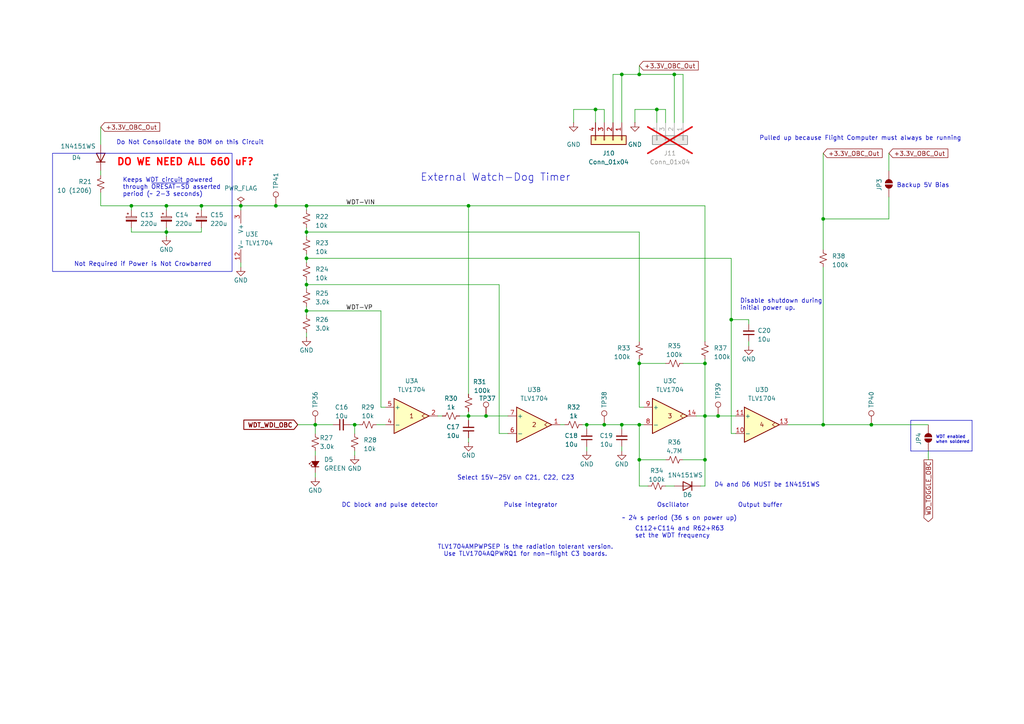
<source format=kicad_sch>
(kicad_sch (version 20250114) (generator "eeschema") (generator_version "9.0")
  (paper "A4")
  (lib_symbols
    (symbol "Connector:TestPoint" (pin_numbers (hide yes)) (pin_names (offset 0.762) (hide yes))
      (property "Reference" "TP" (at 0 6.858 0))
      (property "Value" "TestPoint" (at 0 5.08 0))
      (symbol "TestPoint_0_1"
        (circle (center 0 3.302) (radius 0.762))
      )
      (symbol "TestPoint_1_1"
        (pin passive line (at 0 0 90) (length 2.54) (name "1") (number "1"))
      )
    )
    (symbol "Connector_Generic:Conn_01x04" (pin_names (offset 1.016) (hide yes))
      (property "Reference" "J" (at 0 5.08 0))
      (property "Value" "Conn_01x04" (at 0 -7.62 0))
      (symbol "Conn_01x04_1_1"
        (rectangle (start -1.27 3.81) (end 1.27 -6.35) (stroke (width 0.254)) (fill (type background)))
        (rectangle (start -1.27 2.667) (end 0 2.413) (stroke (width 0.1524)))
        (rectangle (start -1.27 0.127) (end 0 -0.127) (stroke (width 0.1524)))
        (rectangle (start -1.27 -2.413) (end 0 -2.667) (stroke (width 0.1524)))
        (rectangle (start -1.27 -4.953) (end 0 -5.207) (stroke (width 0.1524)))
        (pin passive line (at -5.08 2.54 0) (length 3.81) (name "Pin_1") (number "1"))
        (pin passive line (at -5.08 0 0) (length 3.81) (name "Pin_2") (number "2"))
        (pin passive line (at -5.08 -2.54 0) (length 3.81) (name "Pin_3") (number "3"))
        (pin passive line (at -5.08 -5.08 0) (length 3.81) (name "Pin_4") (number "4"))
      )
    )
    (symbol "Device:C_Polarized_Small" (pin_numbers (hide yes)) (pin_names (offset 0.254) (hide yes))
      (property "Reference" "C" (at 0.254 1.778 0))
      (property "Value" "C_Polarized_Small" (at 0.254 -2.032 0))
      (symbol "C_Polarized_Small_0_1"
        (rectangle (start -1.524 0.6858) (end 1.524 0.3048))
        (rectangle (start -1.524 -0.3048) (end 1.524 -0.6858) (fill (type outline)))
        (polyline (pts (xy -1.27 1.524) (xy -0.762 1.524)))
        (polyline (pts (xy -1.016 1.27) (xy -1.016 1.778)))
      )
      (symbol "C_Polarized_Small_1_1"
        (pin passive line (at 0 2.54 270) (length 1.8542) (name "~") (number "1"))
        (pin passive line (at 0 -2.54 90) (length 1.8542) (name "~") (number "2"))
      )
    )
    (symbol "Device:C_Small" (pin_numbers (hide yes)) (pin_names (offset 0.254) (hide yes))
      (property "Reference" "C" (at 0.254 1.778 0))
      (property "Value" "C_Small" (at 0.254 -2.032 0))
      (symbol "C_Small_0_1"
        (polyline (pts (xy -1.524 0.508) (xy 1.524 0.508)) (stroke (width 0.3048)))
        (polyline (pts (xy -1.524 -0.508) (xy 1.524 -0.508)) (stroke (width 0.3302)))
      )
      (symbol "C_Small_1_1"
        (pin passive line (at 0 2.54 270) (length 2.032) (name "~") (number "1"))
        (pin passive line (at 0 -2.54 90) (length 2.032) (name "~") (number "2"))
      )
    )
    (symbol "Device:D" (pin_numbers (hide yes)) (pin_names (offset 1.016) (hide yes))
      (property "Reference" "D" (at 0 2.54 0))
      (property "Value" "D" (at 0 -2.54 0))
      (symbol "D_0_1"
        (polyline (pts (xy -1.27 1.27) (xy -1.27 -1.27)) (stroke (width 0.254)))
        (polyline (pts (xy 1.27 1.27) (xy 1.27 -1.27) (xy -1.27 0) (xy 1.27 1.27)) (stroke (width 0.254)))
        (polyline (pts (xy 1.27 0) (xy -1.27 0)))
      )
      (symbol "D_1_1"
        (pin passive line (at -3.81 0 0) (length 2.54) (name "K") (number "1"))
        (pin passive line (at 3.81 0 180) (length 2.54) (name "A") (number "2"))
      )
    )
    (symbol "Device:LED_Small_Filled" (pin_numbers (hide yes)) (pin_names (offset 0.254) (hide yes))
      (property "Reference" "D" (at -1.27 3.175 0))
      (property "Value" "LED_Small_Filled" (at -4.445 -2.54 0))
      (symbol "LED_Small_Filled_0_1"
        (polyline (pts (xy -0.762 -1.016) (xy -0.762 1.016)) (stroke (width 0.254)))
        (polyline (pts (xy 0 0.762) (xy -0.508 1.27) (xy -0.254 1.27) (xy -0.508 1.27) (xy -0.508 1.016)))
        (polyline (pts (xy 0.508 1.27) (xy 0 1.778) (xy 0.254 1.778) (xy 0 1.778) (xy 0 1.524)))
        (polyline (pts (xy 0.762 -1.016) (xy -0.762 0) (xy 0.762 1.016) (xy 0.762 -1.016)) (stroke (width 0.254)) (fill (type outline)))
        (polyline (pts (xy 1.016 0) (xy -0.762 0)))
      )
      (symbol "LED_Small_Filled_1_1"
        (pin passive line (at -2.54 0 0) (length 1.778) (name "K") (number "1"))
        (pin passive line (at 2.54 0 180) (length 1.778) (name "A") (number "2"))
      )
    )
    (symbol "Device:R_Small_US" (pin_numbers (hide yes)) (pin_names (offset 0.254) (hide yes))
      (property "Reference" "R" (at 0.762 0.508 0))
      (property "Value" "R_Small_US" (at 0.762 -1.016 0))
      (symbol "R_Small_US_1_1"
        (polyline (pts (xy 0 1.524) (xy 1.016 1.143) (xy 0 0.762) (xy -1.016 0.381) (xy 0 0)))
        (polyline (pts (xy 0 0) (xy 1.016 -0.381) (xy 0 -0.762) (xy -1.016 -1.143) (xy 0 -1.524)))
        (pin passive line (at 0 2.54 270) (length 1.016) (name "~") (number "1"))
        (pin passive line (at 0 -2.54 90) (length 1.016) (name "~") (number "2"))
      )
    )
    (symbol "Jumper:SolderJumper_2_Open" (pin_numbers (hide yes)) (pin_names (offset 0) (hide yes)) (exclude_from_sim yes) (in_bom no)
      (property "Reference" "JP" (at 0 2.032 0))
      (property "Value" "SolderJumper_2_Open" (at 0 -2.54 0))
      (symbol "SolderJumper_2_Open_0_1"
        (polyline (pts (xy -0.254 1.016) (xy -0.254 -1.016)))
        (arc (start -0.254 -1.016) (mid -1.2656 0) (end -0.254 1.016))
        (arc (start -0.254 -1.016) (mid -1.2656 0) (end -0.254 1.016) (fill (type outline)))
        (arc (start 0.254 1.016) (mid 1.2656 0) (end 0.254 -1.016))
        (arc (start 0.254 1.016) (mid 1.2656 0) (end 0.254 -1.016) (fill (type outline)))
        (polyline (pts (xy 0.254 1.016) (xy 0.254 -1.016)))
      )
      (symbol "SolderJumper_2_Open_1_1"
        (pin passive line (at -3.81 0 0) (length 2.54) (name "A") (number "1"))
        (pin passive line (at 3.81 0 180) (length 2.54) (name "B") (number "2"))
      )
    )
    (symbol "TLV1704:TLV1704AIPWR" (pin_names (offset 0.127))
      (property "Reference" "U4" (at 0 8.89 0))
      (property "Value" "TLV1704" (at 0 6.35 0))
      (symbol "TLV1704AIPWR_1_1"
        (polyline (pts (xy -5.08 5.08) (xy 5.08 0) (xy -5.08 -5.08) (xy -5.08 5.08)) (stroke (width 0.254)) (fill (type background)))
        (polyline (pts (xy 3.048 0) (xy 3.81 -0.635)))
        (polyline (pts (xy 3.81 0.635) (xy 3.048 0)))
        (text "1" (at 0 0 0) (effects (font (size 1.27 1.27))))
        (pin input line (at -7.62 2.54 0) (length 2.54) (name "+") (number "5"))
        (pin input line (at -7.62 -2.54 0) (length 2.54) (name "-") (number "4"))
        (pin open_collector line (at 7.62 0 180) (length 2.54) (name "~") (number "2"))
      )
      (symbol "TLV1704AIPWR_2_1"
        (polyline (pts (xy -5.08 5.08) (xy 5.08 0) (xy -5.08 -5.08) (xy -5.08 5.08)) (stroke (width 0.254)) (fill (type background)))
        (polyline (pts (xy 3.048 0) (xy 3.81 -0.635)))
        (polyline (pts (xy 3.81 0.635) (xy 3.048 0)))
        (text "2" (at 0 0 0) (effects (font (size 1.27 1.27))))
        (pin input line (at -7.62 2.54 0) (length 2.54) (name "+") (number "7"))
        (pin input line (at -7.62 -2.54 0) (length 2.54) (name "-") (number "6"))
        (pin open_collector line (at 7.62 0 180) (length 2.54) (name "~") (number "1"))
      )
      (symbol "TLV1704AIPWR_3_1"
        (polyline (pts (xy -5.08 5.08) (xy 5.08 0) (xy -5.08 -5.08) (xy -5.08 5.08)) (stroke (width 0.254)) (fill (type background)))
        (polyline (pts (xy 3.048 0) (xy 3.81 -0.635)))
        (polyline (pts (xy 3.81 0.635) (xy 3.048 0)))
        (text "3" (at 0 0 0) (effects (font (size 1.27 1.27))))
        (pin input line (at -7.62 2.54 0) (length 2.54) (name "+") (number "9"))
        (pin input line (at -7.62 -2.54 0) (length 2.54) (name "-") (number "8"))
        (pin open_collector line (at 7.62 0 180) (length 2.54) (name "~") (number "14"))
      )
      (symbol "TLV1704AIPWR_4_1"
        (polyline (pts (xy -5.08 5.08) (xy 5.08 0) (xy -5.08 -5.08) (xy -5.08 5.08)) (stroke (width 0.254)) (fill (type background)))
        (polyline (pts (xy 3.048 0) (xy 3.81 -0.635)))
        (polyline (pts (xy 3.81 0.635) (xy 3.048 0)))
        (text "4" (at 0 0 0) (effects (font (size 1.27 1.27))))
        (pin input line (at -7.62 2.54 0) (length 2.54) (name "+") (number "11"))
        (pin input line (at -7.62 -2.54 0) (length 2.54) (name "-") (number "10"))
        (pin open_collector line (at 7.62 0 180) (length 2.54) (name "~") (number "13"))
      )
      (symbol "TLV1704AIPWR_5_1"
        (pin power_in line (at -2.54 7.62 270) (length 3.81) (name "V+") (number "3"))
        (pin power_in line (at -2.54 -7.62 90) (length 3.81) (name "V-") (number "12"))
      )
    )
    (symbol "power:GND" (power) (pin_numbers (hide yes)) (pin_names (offset 0) (hide yes))
      (property "Value" "GND" (at 0 -3.81 0))
      (symbol "GND_0_1"
        (polyline (pts (xy 0 0) (xy 0 -1.27) (xy 1.27 -1.27) (xy 0 -2.54) (xy -1.27 -1.27) (xy 0 -1.27)))
      )
      (symbol "GND_1_1"
        (pin power_in line (at 0 0 270) (length 0) (name "~") (number "1"))
      )
    )
    (symbol "power:PWR_FLAG" (power) (pin_numbers (hide yes)) (pin_names (offset 0) (hide yes))
      (property "Value" "PWR_FLAG" (at 0 3.81 0))
      (symbol "PWR_FLAG_0_0"
        (pin power_out line (at 0 0 90) (length 0) (name "~") (number "1"))
      )
      (symbol "PWR_FLAG_0_1"
        (polyline (pts (xy 0 0) (xy 0 1.27) (xy -1.016 1.905) (xy 0 2.54) (xy 1.016 1.905) (xy 0 1.27)))
      )
    )
  )
  (rectangle (start 15.24 44.45) (end 67.31 78.74))
  (text "TLV1704AMPWPSEP is the radiation tolerant version.\nUse TLV1704AQPWRQ1 for non-flight C3 boards." (at 152.4 159.766 0) (effects (font (size 1.27 1.27))))
  (text "Keeps WDT circuit powered\nthrough ~{ORESAT-SD} asserted\nperiod (~ 2-3 seconds)" (at 35.56 57.15 0) (effects (font (size 1.27 1.27)) (justify left bottom)))
  (text "Backup 5V Bias" (at 267.716 53.848 0) (effects (font (size 1.27 1.27))))
  (text "Pulled up because Flight Computer must always be running" (at 220.218 40.894 0) (effects (font (size 1.27 1.27)) (justify left bottom)))
  (text "Oscillator" (at 190.5 147.32 0) (effects (font (size 1.27 1.27)) (justify left bottom)))
  (text "External Watch-Dog Timer" (at 121.92 52.832 0) (effects (font (size 2.159 2.159)) (justify left bottom)))
  (text "Disable shutdown during\ninitial power up." (at 214.63 90.17 0) (effects (font (size 1.27 1.27)) (justify left bottom)))
  (text "Not Required if Power is Not Crowbarred " (at 41.91 76.708 0) (effects (font (size 1.27 1.27))))
  (text "Pulse integrator" (at 146.05 147.32 0) (effects (font (size 1.27 1.27)) (justify left bottom)))
  (text "C112+C114 and R62+R63 \nset the WDT frequency" (at 184.15 156.21 0) (effects (font (size 1.27 1.27)) (justify left bottom)))
  (text "DO WE NEED ALL 660 uF?" (at 33.782 48.26 0) (effects (font (size 2 2) (thickness 0.4) (bold yes)) (justify left bottom)))
  (text "~ 24 s period (36 s on power up)" (at 180.34 151.13 0) (effects (font (size 1.27 1.27)) (justify left bottom)))
  (text "D4 and D6 MUST be 1N4151WS" (at 222.504 140.716 0) (effects (font (size 1.27 1.27))))
  (text "Do Not Consolidate the BOM on this Circuit" (at 55.118 41.402 0) (effects (font (size 1.27 1.27))))
  (text "Select 15V-25V on C21, C22, C23" (at 149.606 138.684 0) (effects (font (size 1.27 1.27))))
  (text "Output buffer" (at 213.995 147.32 0) (effects (font (size 1.27 1.27)) (justify left bottom)))
  (text "WDT enabled\nwhen soldered" (at 271.399 128.778 0) (effects (font (size 0.889 0.889)) (justify left bottom)))
  (text "DC block and pulse detector" (at 99.06 147.32 0) (effects (font (size 1.27 1.27)) (justify left bottom)))
  (junction (at 80.01 59.69))
  (junction (at 238.76 63.5))
  (junction (at 140.97 120.65))
  (junction (at 102.87 123.19))
  (junction (at 180.34 21.59))
  (junction (at 204.47 120.65))
  (junction (at 88.9 74.93))
  (junction (at 204.47 105.41))
  (junction (at 88.9 90.17))
  (junction (at 204.47 133.35))
  (junction (at 185.42 105.41))
  (junction (at 185.42 133.35))
  (junction (at 58.42 59.69))
  (junction (at 180.34 123.19))
  (junction (at 172.72 31.75))
  (junction (at 135.89 59.69))
  (junction (at 48.26 59.69))
  (junction (at 195.58 21.59))
  (junction (at 38.1 59.69))
  (junction (at 185.42 123.19))
  (junction (at 88.9 59.69))
  (junction (at 91.44 123.19))
  (junction (at 175.26 123.19))
  (junction (at 69.85 59.69))
  (junction (at 170.18 123.19))
  (junction (at 212.09 92.71))
  (junction (at 48.26 67.31))
  (junction (at 190.5 31.75))
  (junction (at 185.42 21.59))
  (junction (at 208.28 120.65))
  (junction (at 252.73 123.19))
  (junction (at 135.89 120.65))
  (junction (at 88.9 67.31))
  (junction (at 238.76 123.19))
  (junction (at 88.9 82.55))
  (wire (pts (xy 58.42 66.04) (xy 58.42 67.31)))
  (wire (pts (xy 88.9 82.55) (xy 88.9 83.82)))
  (wire (pts (xy 257.81 44.45) (xy 257.81 49.53)))
  (wire (pts (xy 58.42 59.69) (xy 69.85 59.69)))
  (wire (pts (xy 208.28 120.65) (xy 213.36 120.65)))
  (wire (pts (xy 88.9 90.17) (xy 88.9 91.44)))
  (wire (pts (xy 48.26 67.31) (xy 48.26 68.58)))
  (wire (pts (xy 217.17 100.33) (xy 217.17 99.06)))
  (wire (pts (xy 140.97 120.65) (xy 147.32 120.65)))
  (wire (pts (xy 172.72 31.75) (xy 166.37 31.75)))
  (wire (pts (xy 180.34 123.19) (xy 185.42 123.19)))
  (wire (pts (xy 69.85 77.47) (xy 69.85 76.2)))
  (wire (pts (xy 180.34 21.59) (xy 185.42 21.59)))
  (wire (pts (xy 29.21 49.53) (xy 29.21 50.8)))
  (wire (pts (xy 88.9 90.17) (xy 110.49 90.17)))
  (wire (pts (xy 135.89 120.65) (xy 140.97 120.65)))
  (wire (pts (xy 204.47 140.97) (xy 204.47 133.35)))
  (wire (pts (xy 88.9 82.55) (xy 144.78 82.55)))
  (wire (pts (xy 110.49 90.17) (xy 110.49 118.11)))
  (wire (pts (xy 162.56 123.19) (xy 163.83 123.19)))
  (wire (pts (xy 88.9 67.31) (xy 185.42 67.31)))
  (wire (pts (xy 184.15 31.75) (xy 184.15 35.56)))
  (wire (pts (xy 212.09 92.71) (xy 217.17 92.71)))
  (wire (pts (xy 48.26 67.31) (xy 58.42 67.31)))
  (wire (pts (xy 88.9 81.28) (xy 88.9 82.55)))
  (wire (pts (xy 177.8 21.59) (xy 180.34 21.59)))
  (wire (pts (xy 190.5 35.56) (xy 190.5 31.75)))
  (wire (pts (xy 212.09 92.71) (xy 212.09 125.73)))
  (wire (pts (xy 86.36 123.19) (xy 91.44 123.19)))
  (wire (pts (xy 204.47 104.14) (xy 204.47 105.41)))
  (wire (pts (xy 238.76 123.19) (xy 252.73 123.19)))
  (wire (pts (xy 217.17 93.98) (xy 217.17 92.71)))
  (wire (pts (xy 201.93 120.65) (xy 204.47 120.65)))
  (wire (pts (xy 38.1 59.69) (xy 48.26 59.69)))
  (wire (pts (xy 177.8 35.56) (xy 177.8 21.59)))
  (wire (pts (xy 102.87 130.81) (xy 102.87 132.08)))
  (wire (pts (xy 204.47 105.41) (xy 204.47 120.65)))
  (wire (pts (xy 133.35 120.65) (xy 135.89 120.65)))
  (wire (pts (xy 190.5 31.75) (xy 184.15 31.75)))
  (wire (pts (xy 175.26 31.75) (xy 175.26 35.56)))
  (wire (pts (xy 185.42 140.97) (xy 187.96 140.97)))
  (wire (pts (xy 198.12 35.56) (xy 198.12 21.59)))
  (wire (pts (xy 29.21 59.69) (xy 38.1 59.69)))
  (wire (pts (xy 269.24 130.81) (xy 269.24 133.35)))
  (wire (pts (xy 238.76 63.5) (xy 238.76 72.39)))
  (wire (pts (xy 88.9 88.9) (xy 88.9 90.17)))
  (wire (pts (xy 228.6 123.19) (xy 238.76 123.19)))
  (wire (pts (xy 185.42 104.14) (xy 185.42 105.41)))
  (wire (pts (xy 238.76 44.45) (xy 238.76 63.5)))
  (wire (pts (xy 172.72 35.56) (xy 172.72 31.75)))
  (wire (pts (xy 204.47 120.65) (xy 208.28 120.65)))
  (wire (pts (xy 185.42 140.97) (xy 185.42 133.35)))
  (wire (pts (xy 135.89 128.27) (xy 135.89 127)))
  (wire (pts (xy 88.9 73.66) (xy 88.9 74.93)))
  (wire (pts (xy 91.44 125.73) (xy 91.44 123.19)))
  (wire (pts (xy 257.81 63.5) (xy 238.76 63.5)))
  (wire (pts (xy 170.18 123.19) (xy 175.26 123.19)))
  (wire (pts (xy 185.42 99.06) (xy 185.42 67.31)))
  (wire (pts (xy 91.44 130.81) (xy 91.44 132.08)))
  (polyline (pts (xy 264.16 121.92) (xy 281.94 121.92)))
  (wire (pts (xy 29.21 36.83) (xy 29.21 41.91)))
  (polyline (pts (xy 264.16 130.81) (xy 264.16 121.92)))
  (wire (pts (xy 193.04 31.75) (xy 193.04 35.56)))
  (wire (pts (xy 185.42 118.11) (xy 185.42 105.41)))
  (wire (pts (xy 58.42 60.96) (xy 58.42 59.69)))
  (wire (pts (xy 193.04 133.35) (xy 185.42 133.35)))
  (wire (pts (xy 135.89 59.69) (xy 135.89 114.3)))
  (wire (pts (xy 135.89 120.65) (xy 135.89 121.92)))
  (wire (pts (xy 102.87 123.19) (xy 102.87 125.73)))
  (wire (pts (xy 80.01 59.69) (xy 88.9 59.69)))
  (wire (pts (xy 257.81 57.15) (xy 257.81 63.5)))
  (wire (pts (xy 135.89 120.65) (xy 135.89 119.38)))
  (wire (pts (xy 203.2 140.97) (xy 204.47 140.97)))
  (wire (pts (xy 212.09 74.93) (xy 212.09 92.71)))
  (wire (pts (xy 48.26 66.04) (xy 48.26 67.31)))
  (wire (pts (xy 198.12 133.35) (xy 204.47 133.35)))
  (wire (pts (xy 88.9 74.93) (xy 212.09 74.93)))
  (wire (pts (xy 69.85 60.96) (xy 69.85 59.69)))
  (wire (pts (xy 69.85 59.69) (xy 80.01 59.69)))
  (wire (pts (xy 88.9 67.31) (xy 88.9 68.58)))
  (wire (pts (xy 238.76 77.47) (xy 238.76 123.19)))
  (wire (pts (xy 88.9 96.52) (xy 88.9 97.79)))
  (wire (pts (xy 135.89 59.69) (xy 88.9 59.69)))
  (wire (pts (xy 170.18 123.19) (xy 170.18 124.46)))
  (wire (pts (xy 198.12 105.41) (xy 204.47 105.41)))
  (wire (pts (xy 180.34 124.46) (xy 180.34 123.19)))
  (wire (pts (xy 135.89 59.69) (xy 204.47 59.69)))
  (polyline (pts (xy 281.94 121.92) (xy 281.94 130.81)))
  (wire (pts (xy 88.9 60.96) (xy 88.9 59.69)))
  (wire (pts (xy 48.26 67.31) (xy 38.1 67.31)))
  (wire (pts (xy 91.44 138.43) (xy 91.44 137.16)))
  (wire (pts (xy 185.42 133.35) (xy 185.42 123.19)))
  (wire (pts (xy 88.9 74.93) (xy 88.9 76.2)))
  (wire (pts (xy 144.78 125.73) (xy 147.32 125.73)))
  (wire (pts (xy 180.34 130.81) (xy 180.34 129.54)))
  (wire (pts (xy 144.78 82.55) (xy 144.78 125.73)))
  (wire (pts (xy 252.73 123.19) (xy 269.24 123.19)))
  (wire (pts (xy 185.42 105.41) (xy 193.04 105.41)))
  (wire (pts (xy 48.26 59.69) (xy 58.42 59.69)))
  (wire (pts (xy 48.26 59.69) (xy 48.26 60.96)))
  (wire (pts (xy 166.37 31.75) (xy 166.37 35.56)))
  (wire (pts (xy 127 120.65) (xy 128.27 120.65)))
  (wire (pts (xy 168.91 123.19) (xy 170.18 123.19)))
  (wire (pts (xy 195.58 21.59) (xy 185.42 21.59)))
  (wire (pts (xy 29.21 55.88) (xy 29.21 59.69)))
  (wire (pts (xy 190.5 31.75) (xy 193.04 31.75)))
  (wire (pts (xy 172.72 31.75) (xy 175.26 31.75)))
  (wire (pts (xy 170.18 130.81) (xy 170.18 129.54)))
  (wire (pts (xy 186.69 118.11) (xy 185.42 118.11)))
  (wire (pts (xy 198.12 21.59) (xy 195.58 21.59)))
  (wire (pts (xy 101.6 123.19) (xy 102.87 123.19)))
  (wire (pts (xy 102.87 123.19) (xy 104.14 123.19)))
  (wire (pts (xy 204.47 99.06) (xy 204.47 59.69)))
  (wire (pts (xy 193.04 140.97) (xy 195.58 140.97)))
  (wire (pts (xy 195.58 35.56) (xy 195.58 21.59)))
  (wire (pts (xy 38.1 59.69) (xy 38.1 60.96)))
  (wire (pts (xy 185.42 21.59) (xy 185.42 19.05)))
  (wire (pts (xy 212.09 125.73) (xy 213.36 125.73)))
  (wire (pts (xy 204.47 133.35) (xy 204.47 120.65)))
  (wire (pts (xy 175.26 123.19) (xy 180.34 123.19)))
  (wire (pts (xy 180.34 21.59) (xy 180.34 35.56)))
  (wire (pts (xy 88.9 66.04) (xy 88.9 67.31)))
  (polyline (pts (xy 281.94 130.81) (xy 264.16 130.81)))
  (wire (pts (xy 38.1 66.04) (xy 38.1 67.31)))
  (wire (pts (xy 185.42 123.19) (xy 186.69 123.19)))
  (wire (pts (xy 91.44 123.19) (xy 96.52 123.19)))
  (wire (pts (xy 110.49 118.11) (xy 111.76 118.11)))
  (wire (pts (xy 109.22 123.19) (xy 111.76 123.19)))
  (label "WDT-VP" (at 100.33 90.17 0))
  (label "WDT-VIN" (at 100.33 59.69 0))
  (global_label "+3.3V_OBC_Out" (shape input) (at 238.76 44.45 0) (property "Intersheetrefs" "${INTERSHEET_REFS}" (effects (hide yes))))
  (global_label "~{WD_TOGGLE_OBC}" (shape output) (at 269.24 133.35 270) (property "Intersheetrefs" "${INTERSHEET_REFS}" (effects (hide yes))))
  (global_label "WDT_WDI_OBC" (shape input) (at 86.36 123.19 180) (effects (font (thickness 0.254) (bold yes))) (property "Intersheetrefs" "${INTERSHEET_REFS}" (effects (hide yes))))
  (global_label "+3.3V_OBC_Out" (shape input) (at 29.21 36.83 0) (property "Intersheetrefs" "${INTERSHEET_REFS}" (effects (hide yes))))
  (global_label "+3.3V_OBC_Out" (shape input) (at 185.42 19.05 0) (property "Intersheetrefs" "${INTERSHEET_REFS}" (effects (hide yes))))
  (global_label "+3.3V_OBC_Out" (shape input) (at 257.81 44.45 0) (property "Intersheetrefs" "${INTERSHEET_REFS}" (effects (hide yes))))
  (symbol (lib_id "Device:R_Small_US") (at 88.9 78.74 0) (unit 1)
    (property "Reference" "R24" (at 91.44 78.105 0) (effects (justify left)))
    (property "Value" "10k" (at 91.44 80.645 0) (effects (justify left)))
    (property "Footprint" "Resistor_SMD:R_0603_1608Metric" (effects (hide yes)))
    (property "Description" "Resistor, small US symbol" (effects (hide yes)))
    (property "DPN" "RMCF0603FT10K0CT-ND" (effects (hide yes)))
    (property "DST" "Digi-Key" (effects (hide yes)))
    (property "MFR" "Stackpole Electronics Inc" (effects (hide yes)))
    (property "MPN" "RMCF0603FT10K0" (effects (hide yes)))
  )
  (symbol (lib_id "Connector:TestPoint") (at 140.97 120.65 0) (unit 1)
    (property "Reference" "TP37" (at 138.938 115.57 0) (effects (justify left)))
    (property "Value" "TestPoint" (effects (hide yes)))
    (property "Footprint" "TestPoint:TestPoint_Pad_1.0x1.0mm" (effects (hide yes)))
    (property "Description" "test point" (effects (hide yes)))
  )
  (symbol (lib_id "TLV1704:TLV1704AIPWR") (at 154.94 123.19 0) (unit 2)
    (property "Reference" "U3" (at 154.94 113.03 0))
    (property "Value" "TLV1704" (at 154.94 115.57 0))
    (property "Footprint" "Package_SO:TSSOP-14_4.4x5mm_P0.65mm" (effects (hide yes)))
    (property "Datasheet" "https://www.ti.com/lit/ds/symlink/tlv1704-sep.pdf" (effects (hide yes)))
    (property "Description" "Analog Comparators 2.2-V to 36-V, radiation tolerant microPower quad comparator in space enhanced plastic 14-TSSOP -55 to 125" (effects (hide yes)))
    (property "MFR" "Texas Instruments" (effects (hide yes)))
    (property "MPN" "TLV1704AQPWRQ1" (effects (hide yes)))
    (property "DST" "Digi-Key" (effects (hide yes)))
    (property "DPN" "296-43799-2-ND" (effects (hide yes)))
  )
  (symbol (lib_id "Device:R_Small_US") (at 195.58 133.35 270) (unit 1)
    (property "Reference" "R36" (at 195.58 128.27 90))
    (property "Value" "4.7M" (at 195.58 130.81 90))
    (property "Footprint" "Resistor_SMD:R_0603_1608Metric" (effects (hide yes)))
    (property "Description" "Resistor, small US symbol" (effects (hide yes)))
    (property "DPN" "RMCF0603FT4M70CT-ND" (effects (hide yes)))
    (property "DST" "Digi-Key" (effects (hide yes)))
    (property "MFR" "Stackpole Electronics Inc" (effects (hide yes)))
    (property "MPN" "RMCF0603FT4M70" (effects (hide yes)))
  )
  (symbol (lib_id "power:PWR_FLAG") (at 69.85 59.69 0) (unit 1)
    (property "Reference" "#FLG05" (effects (hide yes)))
    (property "Value" "PWR_FLAG" (at 69.85 54.61 0))
    (property "Description" "Special symbol for telling ERC where power comes from" (effects (hide yes)))
  )
  (symbol (lib_id "Device:R_Small_US") (at 190.5 140.97 270) (unit 1)
    (property "Reference" "R34" (at 190.5 136.525 90))
    (property "Value" "100k" (at 190.5 139.065 90))
    (property "Footprint" "Resistor_SMD:R_0603_1608Metric" (effects (hide yes)))
    (property "Description" "Resistor, small US symbol" (effects (hide yes)))
    (property "DPN" "RMCF0603FT100KCT-ND" (effects (hide yes)))
    (property "DST" "Digi-Key" (effects (hide yes)))
    (property "MFR" "Stackpole Electronics Inc" (effects (hide yes)))
    (property "MPN" "RMCF0603FT100K" (effects (hide yes)))
  )
  (symbol (lib_id "Jumper:SolderJumper_2_Open") (at 257.81 53.34 270) (unit 1)
    (property "Reference" "JP3" (at 255.016 53.594 0))
    (property "Value" "SolderJumper_2_Open" (effects (hide yes)))
    (property "Footprint" "Jumper:SolderJumper-2_P1.3mm_Open_RoundedPad1.0x1.5mm" (effects (hide yes)))
    (property "Description" "Solder Jumper, 2-pole, open" (effects (hide yes)))
  )
  (symbol (lib_id "power:GND") (at 102.87 132.08 0) (unit 1)
    (property "Reference" "#PWR022" (effects (hide yes)))
    (property "Value" "GND" (at 102.87 135.89 0))
    (property "Description" "Power symbol creates a global label with name \"GND\" , ground" (effects (hide yes)))
  )
  (symbol (lib_id "Device:LED_Small_Filled") (at 91.44 134.62 90) (unit 1)
    (property "Reference" "D5" (at 93.98 133.2865 90) (effects (justify right)))
    (property "Value" "GREEN" (at 93.98 135.8265 90) (effects (justify right)))
    (property "Footprint" "LED_SMD:LED_0603_1608Metric" (effects (hide yes)))
    (property "Description" "Light emitting diode, small symbol, filled shape" (effects (hide yes)))
    (property "DPN" "732-4971-1-ND" (effects (hide yes)))
    (property "DST" "Digi-Key" (effects (hide yes)))
    (property "MFR" "Wurth" (effects (hide yes)))
    (property "MPN" "150060GS75000" (effects (hide yes)))
    (property "Sim.Pins" "1=K 2=A" (effects (hide yes)))
  )
  (symbol (lib_id "Device:R_Small_US") (at 195.58 105.41 90) (unit 1)
    (property "Reference" "R35" (at 195.58 100.33 90))
    (property "Value" "100k" (at 195.58 102.87 90))
    (property "Footprint" "Resistor_SMD:R_0603_1608Metric" (effects (hide yes)))
    (property "Description" "Resistor, small US symbol" (effects (hide yes)))
    (property "DPN" "RMCF0603FT100KCT-ND" (effects (hide yes)))
    (property "DST" "Digi-Key" (effects (hide yes)))
    (property "MFR" "Stackpole Electronics Inc" (effects (hide yes)))
    (property "MPN" "RMCF0603FT100K" (effects (hide yes)))
  )
  (symbol (lib_id "Device:R_Small_US") (at 130.81 120.65 90) (unit 1)
    (property "Reference" "R30" (at 130.81 115.57 90))
    (property "Value" "1k" (at 130.81 118.11 90))
    (property "Footprint" "Resistor_SMD:R_0603_1608Metric" (effects (hide yes)))
    (property "Description" "Resistor, small US symbol" (effects (hide yes)))
    (property "DPN" "RMCF0603FT1K00CT-ND" (effects (hide yes)))
    (property "DST" "Digi-Key" (effects (hide yes)))
    (property "MFR" "Stackpole Electronics Inc" (effects (hide yes)))
    (property "MPN" "RMCF0603FT1K00" (effects (hide yes)))
  )
  (symbol (lib_id "power:GND") (at 69.85 77.47 0) (mirror y) (unit 1)
    (property "Reference" "#PWR019" (effects (hide yes)))
    (property "Value" "GND" (at 69.85 81.28 0))
    (property "Description" "Power symbol creates a global label with name \"GND\" , ground" (effects (hide yes)))
  )
  (symbol (lib_id "Connector_Generic:Conn_01x04") (at 195.58 40.64 270) (unit 1) (on_board no) (dnp yes)
    (property "Reference" "J11" (at 194.31 44.45 90))
    (property "Value" "Conn_01x04" (at 194.31 46.99 90))
    (property "Footprint" "Connector_PinSocket_2.54mm:PinSocket_1x04_P2.54mm_Vertical" (effects (hide yes)))
    (property "Description" "Generic connector, single row, 01x04, script generated (kicad-library-utils/schlib/autogen/connector/)" (effects (hide yes)))
  )
  (symbol (lib_id "Device:R_Small_US") (at 88.9 93.98 0) (unit 1)
    (property "Reference" "R26" (at 91.44 92.71 0) (effects (justify left)))
    (property "Value" "3.0k" (at 91.44 95.25 0) (effects (justify left)))
    (property "Footprint" "Resistor_SMD:R_0603_1608Metric" (effects (hide yes)))
    (property "Description" "Resistor, small US symbol" (effects (hide yes)))
    (property "DPN" "RMCF0603FT3K00CT-ND" (effects (hide yes)))
    (property "DST" "Digi-Key" (effects (hide yes)))
    (property "MFR" "Stackpole Electronics Inc" (effects (hide yes)))
    (property "MPN" "RMCF0603FT3K00" (effects (hide yes)))
  )
  (symbol (lib_id "Device:R_Small_US") (at 88.9 63.5 0) (unit 1)
    (property "Reference" "R22" (at 91.44 62.865 0) (effects (justify left)))
    (property "Value" "10k" (at 91.44 65.405 0) (effects (justify left)))
    (property "Footprint" "Resistor_SMD:R_0603_1608Metric" (effects (hide yes)))
    (property "Description" "Resistor, small US symbol" (effects (hide yes)))
    (property "DPN" "RMCF0603FT10K0CT-ND" (effects (hide yes)))
    (property "DST" "Digi-Key" (effects (hide yes)))
    (property "MFR" "Stackpole Electronics Inc" (effects (hide yes)))
    (property "MPN" "RMCF0603FT10K0" (effects (hide yes)))
  )
  (symbol (lib_id "Device:C_Small") (at 99.06 123.19 90) (unit 1)
    (property "Reference" "C16" (at 99.0663 118.11 90))
    (property "Value" "10u" (at 99.0663 120.65 90))
    (property "Footprint" "Capacitor_SMD:C_1210_3225Metric" (effects (hide yes)))
    (property "Description" "Unpolarized capacitor, small symbol" (effects (hide yes)))
    (property "DPN" "490-12317-1-ND" (effects (hide yes)))
    (property "DST" "Digi-Key" (effects (hide yes)))
    (property "MFR" "Murata" (effects (hide yes)))
    (property "MPN" "GRT188R61C106KE13D" (effects (hide yes)))
  )
  (symbol (lib_id "Device:R_Small_US") (at 102.87 128.27 0) (unit 1)
    (property "Reference" "R28" (at 105.41 127.635 0) (effects (justify left)))
    (property "Value" "10k" (at 105.41 130.175 0) (effects (justify left)))
    (property "Footprint" "Resistor_SMD:R_0603_1608Metric" (effects (hide yes)))
    (property "Description" "Resistor, small US symbol" (effects (hide yes)))
    (property "DPN" "RMCF0603FT10K0CT-ND" (effects (hide yes)))
    (property "DST" "Digi-Key" (effects (hide yes)))
    (property "MFR" "Stackpole Electronics Inc" (effects (hide yes)))
    (property "MPN" "RMCF0603FT10K0" (effects (hide yes)))
  )
  (symbol (lib_id "power:GND") (at 135.89 128.27 0) (unit 1)
    (property "Reference" "#PWR023" (effects (hide yes)))
    (property "Value" "GND" (at 135.89 132.08 0))
    (property "Description" "Power symbol creates a global label with name \"GND\" , ground" (effects (hide yes)))
  )
  (symbol (lib_id "power:GND") (at 91.44 138.43 0) (unit 1)
    (property "Reference" "#PWR021" (effects (hide yes)))
    (property "Value" "GND" (at 91.44 142.24 0))
    (property "Description" "Power symbol creates a global label with name \"GND\" , ground" (effects (hide yes)))
  )
  (symbol (lib_id "Connector:TestPoint") (at 175.26 123.19 0) (unit 1)
    (property "Reference" "TP38" (at 175.26 118.364 90) (effects (justify left)))
    (property "Value" "TestPoint" (effects (hide yes)))
    (property "Footprint" "TestPoint:TestPoint_Pad_1.0x1.0mm" (effects (hide yes)))
    (property "Description" "test point" (effects (hide yes)))
  )
  (symbol (lib_id "power:GND") (at 48.26 68.58 0) (unit 1)
    (property "Reference" "#PWR018" (effects (hide yes)))
    (property "Value" "GND" (at 48.26 72.39 0))
    (property "Description" "Power symbol creates a global label with name \"GND\" , ground" (effects (hide yes)))
  )
  (symbol (lib_id "Device:C_Small") (at 170.18 127 0) (mirror x) (unit 1)
    (property "Reference" "C18" (at 167.64 126.3586 0) (effects (justify right)))
    (property "Value" "10u" (at 167.64 128.8986 0) (effects (justify right)))
    (property "Footprint" "Capacitor_SMD:C_1210_3225Metric" (effects (hide yes)))
    (property "Description" "Unpolarized capacitor, small symbol" (effects (hide yes)))
    (property "DPN" "490-12317-1-ND" (effects (hide yes)))
    (property "DST" "Digi-Key" (effects (hide yes)))
    (property "MFR" "Murata" (effects (hide yes)))
    (property "MPN" "GRT188R61C106KE13D" (effects (hide yes)))
  )
  (symbol (lib_id "Device:C_Polarized_Small") (at 38.1 63.5 0) (unit 1)
    (property "Reference" "C13" (at 40.64 62.3189 0) (effects (justify left)))
    (property "Value" "220u" (at 40.64 64.8589 0) (effects (justify left)))
    (property "Footprint" "Capacitor_Tantalum_SMD:CP_EIA-7361-38_AVX-V" (effects (hide yes)))
    (property "Description" "Polarized capacitor, small symbol" (effects (hide yes)))
    (property "DPN" "478-12518-2-ND" (effects (hide yes)))
    (property "DST" "Digi-Key" (effects (hide yes)))
    (property "MFR" "Kyocera AVX" (effects (hide yes)))
    (property "MPN" "TCN4227M025R0100" (effects (hide yes)))
  )
  (symbol (lib_id "power:GND") (at 184.15 35.56 0) (unit 1)
    (property "Reference" "#PWR027" (effects (hide yes)))
    (property "Value" "GND" (at 184.15 41.91 0))
    (property "Description" "Power symbol creates a global label with name \"GND\" , ground" (effects (hide yes)))
  )
  (symbol (lib_id "Device:C_Polarized_Small") (at 48.26 63.5 0) (unit 1)
    (property "Reference" "C14" (at 50.8 62.3189 0) (effects (justify left)))
    (property "Value" "220u" (at 50.8 64.8589 0) (effects (justify left)))
    (property "Footprint" "Capacitor_Tantalum_SMD:CP_EIA-7361-38_AVX-V" (effects (hide yes)))
    (property "Description" "Polarized capacitor, small symbol" (effects (hide yes)))
    (property "DPN" "478-12518-2-ND" (effects (hide yes)))
    (property "DST" "Digi-Key" (effects (hide yes)))
    (property "MFR" "Kyocera AVX" (effects (hide yes)))
    (property "MPN" "TCN4227M025R0100" (effects (hide yes)))
  )
  (symbol (lib_id "Connector_Generic:Conn_01x04") (at 177.8 40.64 270) (unit 1)
    (property "Reference" "J10" (at 176.53 44.45 90))
    (property "Value" "Conn_01x04" (at 176.53 46.99 90))
    (property "Footprint" "Connector_PinSocket_2.54mm:PinSocket_1x04_P2.54mm_Vertical" (effects (hide yes)))
    (property "Description" "Generic connector, single row, 01x04, script generated (kicad-library-utils/schlib/autogen/connector/)" (effects (hide yes)))
  )
  (symbol (lib_id "Device:R_Small_US") (at 91.44 128.27 0) (unit 1)
    (property "Reference" "R27" (at 92.71 127 0) (effects (justify left)))
    (property "Value" "3.0k" (at 92.71 129.54 0) (effects (justify left)))
    (property "Footprint" "Resistor_SMD:R_0603_1608Metric" (effects (hide yes)))
    (property "Description" "Resistor, small US symbol" (effects (hide yes)))
    (property "DPN" "RMCF0603FT3K00CT-ND" (effects (hide yes)))
    (property "DST" "Digi-Key" (effects (hide yes)))
    (property "MFR" "Stackpole Electronics Inc" (effects (hide yes)))
    (property "MPN" "RMCF0603FT3K00" (effects (hide yes)))
  )
  (symbol (lib_id "Connector:TestPoint") (at 252.73 123.19 0) (unit 1)
    (property "Reference" "TP40" (at 252.73 118.364 90) (effects (justify left)))
    (property "Value" "TestPoint" (effects (hide yes)))
    (property "Footprint" "TestPoint:TestPoint_Pad_1.0x1.0mm" (effects (hide yes)))
    (property "Description" "test point" (effects (hide yes)))
  )
  (symbol (lib_id "Jumper:SolderJumper_2_Open") (at 269.24 127 270) (unit 1)
    (property "Reference" "JP4" (at 266.446 127.254 0))
    (property "Value" "SolderJumper_2_Open" (effects (hide yes)))
    (property "Footprint" "Jumper:SolderJumper-2_P1.3mm_Open_RoundedPad1.0x1.5mm" (effects (hide yes)))
    (property "Description" "Solder Jumper, 2-pole, open" (effects (hide yes)))
  )
  (symbol (lib_id "TLV1704:TLV1704AIPWR") (at 194.31 120.65 0) (unit 3)
    (property "Reference" "U3" (at 194.31 110.49 0))
    (property "Value" "TLV1704" (at 194.31 113.03 0))
    (property "Footprint" "Package_SO:TSSOP-14_4.4x5mm_P0.65mm" (effects (hide yes)))
    (property "Datasheet" "https://www.ti.com/lit/ds/symlink/tlv1704-sep.pdf" (effects (hide yes)))
    (property "Description" "Analog Comparators 2.2-V to 36-V, radiation tolerant microPower quad comparator in space enhanced plastic 14-TSSOP -55 to 125" (effects (hide yes)))
    (property "MFR" "Texas Instruments" (effects (hide yes)))
    (property "MPN" "TLV1704AQPWRQ1" (effects (hide yes)))
    (property "DST" "Digi-Key" (effects (hide yes)))
    (property "DPN" "296-43799-2-ND" (effects (hide yes)))
  )
  (symbol (lib_id "Device:R_Small_US") (at 88.9 71.12 0) (unit 1)
    (property "Reference" "R23" (at 91.44 70.485 0) (effects (justify left)))
    (property "Value" "10k" (at 91.44 73.025 0) (effects (justify left)))
    (property "Footprint" "Resistor_SMD:R_0603_1608Metric" (effects (hide yes)))
    (property "Description" "Resistor, small US symbol" (effects (hide yes)))
    (property "DPN" "RMCF0603FT10K0CT-ND" (effects (hide yes)))
    (property "DST" "Digi-Key" (effects (hide yes)))
    (property "MFR" "Stackpole Electronics Inc" (effects (hide yes)))
    (property "MPN" "RMCF0603FT10K0" (effects (hide yes)))
  )
  (symbol (lib_id "power:GND") (at 180.34 130.81 0) (mirror y) (unit 1)
    (property "Reference" "#PWR026" (effects (hide yes)))
    (property "Value" "GND" (at 180.34 134.62 0))
    (property "Description" "Power symbol creates a global label with name \"GND\" , ground" (effects (hide yes)))
  )
  (symbol (lib_id "Connector:TestPoint") (at 80.01 59.69 0) (unit 1)
    (property "Reference" "TP41" (at 80.01 54.864 90) (effects (justify left)))
    (property "Value" "TestPoint" (effects (hide yes)))
    (property "Footprint" "TestPoint:TestPoint_Pad_1.0x1.0mm" (effects (hide yes)))
    (property "Description" "test point" (effects (hide yes)))
  )
  (symbol (lib_id "Device:C_Small") (at 180.34 127 0) (mirror x) (unit 1)
    (property "Reference" "C19" (at 177.8 126.3586 0) (effects (justify right)))
    (property "Value" "10u" (at 177.8 128.8986 0) (effects (justify right)))
    (property "Footprint" "Capacitor_SMD:C_1210_3225Metric" (effects (hide yes)))
    (property "Description" "Unpolarized capacitor, small symbol" (effects (hide yes)))
    (property "DPN" "490-12317-1-ND" (effects (hide yes)))
    (property "DST" "Digi-Key" (effects (hide yes)))
    (property "MFR" "Murata" (effects (hide yes)))
    (property "MPN" "GRT188R61C106KE13D" (effects (hide yes)))
  )
  (symbol (lib_id "TLV1704:TLV1704AIPWR") (at 72.39 68.58 0) (unit 5)
    (property "Reference" "U3" (at 71.12 67.945 0) (effects (justify left)))
    (property "Value" "TLV1704" (at 71.12 70.485 0) (effects (justify left)))
    (property "Footprint" "Package_SO:TSSOP-14_4.4x5mm_P0.65mm" (effects (hide yes)))
    (property "Datasheet" "https://www.ti.com/lit/ds/symlink/tlv1704-sep.pdf" (effects (hide yes)))
    (property "Description" "Analog Comparators 2.2-V to 36-V, radiation tolerant microPower quad comparator in space enhanced plastic 14-TSSOP -55 to 125" (effects (hide yes)))
    (property "MFR" "Texas Instruments" (effects (hide yes)))
    (property "MPN" "TLV1704AQPWRQ1" (effects (hide yes)))
    (property "DST" "Digi-Key" (effects (hide yes)))
    (property "DPN" "296-43799-2-ND" (effects (hide yes)))
  )
  (symbol (lib_id "Device:D") (at 29.21 45.72 270) (mirror x) (unit 1)
    (property "Reference" "D4" (at 20.828 45.72 90) (effects (justify left)))
    (property "Value" "1N4151WS" (at 17.526 42.418 90) (effects (justify left)))
    (property "Footprint" "Diode_SMD:D_SOD-323" (effects (hide yes)))
    (property "Description" "Diode" (effects (hide yes)))
    (property "DPN" "112-1N4151WS-E3-08CT-ND" (effects (hide yes)))
    (property "DST" "Digi-Key" (effects (hide yes)))
    (property "MFR" "Vishay" (effects (hide yes)))
    (property "MPN" "1N4151WS-E3-08" (effects (hide yes)))
    (property "Sim.Device" "D" (effects (hide yes)))
    (property "Sim.Pins" "1=K 2=A" (effects (hide yes)))
  )
  (symbol (lib_id "Device:R_Small_US") (at 238.76 74.93 180) (unit 1)
    (property "Reference" "R38" (at 241.3 74.295 0) (effects (justify right)))
    (property "Value" "100k" (at 241.3 76.835 0) (effects (justify right)))
    (property "Footprint" "Resistor_SMD:R_0603_1608Metric" (effects (hide yes)))
    (property "Description" "Resistor, small US symbol" (effects (hide yes)))
    (property "DPN" "RMCF0603FT100KCT-ND" (effects (hide yes)))
    (property "DST" "Digi-Key" (effects (hide yes)))
    (property "MFR" "Stackpole Electronics Inc" (effects (hide yes)))
    (property "MPN" "RMCF0603FT100K" (effects (hide yes)))
  )
  (symbol (lib_id "Device:C_Small") (at 217.17 96.52 180) (unit 1)
    (property "Reference" "C20" (at 219.71 95.8786 0) (effects (justify right)))
    (property "Value" "10u" (at 219.71 98.4186 0) (effects (justify right)))
    (property "Footprint" "Capacitor_SMD:C_1210_3225Metric" (effects (hide yes)))
    (property "Description" "Unpolarized capacitor, small symbol" (effects (hide yes)))
    (property "DPN" "490-12317-1-ND" (effects (hide yes)))
    (property "DST" "Digi-Key" (effects (hide yes)))
    (property "MFR" "Murata" (effects (hide yes)))
    (property "MPN" "GRT188R61C106KE13D" (effects (hide yes)))
  )
  (symbol (lib_id "Connector:TestPoint") (at 208.28 120.65 0) (unit 1)
    (property "Reference" "TP39" (at 208.28 115.824 90) (effects (justify left)))
    (property "Value" "TestPoint" (effects (hide yes)))
    (property "Footprint" "TestPoint:TestPoint_Pad_1.0x1.0mm" (effects (hide yes)))
    (property "Description" "test point" (effects (hide yes)))
  )
  (symbol (lib_id "Device:R_Small_US") (at 204.47 101.6 180) (unit 1)
    (property "Reference" "R37" (at 207.01 100.965 0) (effects (justify right)))
    (property "Value" "100k" (at 207.01 103.505 0) (effects (justify right)))
    (property "Footprint" "Resistor_SMD:R_0603_1608Metric" (effects (hide yes)))
    (property "Description" "Resistor, small US symbol" (effects (hide yes)))
    (property "DPN" "RMCF0603FT100KCT-ND" (effects (hide yes)))
    (property "DST" "Digi-Key" (effects (hide yes)))
    (property "MFR" "Stackpole Electronics Inc" (effects (hide yes)))
    (property "MPN" "RMCF0603FT100K" (effects (hide yes)))
  )
  (symbol (lib_id "power:GND") (at 170.18 130.81 0) (mirror y) (unit 1)
    (property "Reference" "#PWR025" (effects (hide yes)))
    (property "Value" "GND" (at 170.18 134.62 0))
    (property "Description" "Power symbol creates a global label with name \"GND\" , ground" (effects (hide yes)))
  )
  (symbol (lib_id "Device:R_Small_US") (at 185.42 101.6 0) (mirror x) (unit 1)
    (property "Reference" "R33" (at 182.88 100.965 0) (effects (justify right)))
    (property "Value" "100k" (at 182.88 103.505 0) (effects (justify right)))
    (property "Footprint" "Resistor_SMD:R_0603_1608Metric" (effects (hide yes)))
    (property "Description" "Resistor, small US symbol" (effects (hide yes)))
    (property "DPN" "RMCF0603FT100KCT-ND" (effects (hide yes)))
    (property "DST" "Digi-Key" (effects (hide yes)))
    (property "MFR" "Stackpole Electronics Inc" (effects (hide yes)))
    (property "MPN" "RMCF0603FT100K" (effects (hide yes)))
  )
  (symbol (lib_id "Device:C_Polarized_Small") (at 58.42 63.5 0) (unit 1)
    (property "Reference" "C15" (at 60.96 62.3189 0) (effects (justify left)))
    (property "Value" "220u" (at 60.96 64.8589 0) (effects (justify left)))
    (property "Footprint" "Capacitor_Tantalum_SMD:CP_EIA-7361-38_AVX-V" (effects (hide yes)))
    (property "Description" "Polarized capacitor, small symbol" (effects (hide yes)))
    (property "DPN" "478-12518-2-ND" (effects (hide yes)))
    (property "DST" "Digi-Key" (effects (hide yes)))
    (property "MFR" "Kyocera AVX" (effects (hide yes)))
    (property "MPN" "TCN4227M025R0100" (effects (hide yes)))
  )
  (symbol (lib_id "Device:R_Small_US") (at 88.9 86.36 0) (unit 1)
    (property "Reference" "R25" (at 91.44 85.09 0) (effects (justify left)))
    (property "Value" "3.0k" (at 91.44 87.63 0) (effects (justify left)))
    (property "Footprint" "Resistor_SMD:R_0603_1608Metric" (effects (hide yes)))
    (property "Description" "Resistor, small US symbol" (effects (hide yes)))
    (property "DPN" "RMCF0603FT3K00CT-ND" (effects (hide yes)))
    (property "DST" "Digi-Key" (effects (hide yes)))
    (property "MFR" "Stackpole Electronics Inc" (effects (hide yes)))
    (property "MPN" "RMCF0603FT3K00" (effects (hide yes)))
  )
  (symbol (lib_id "Device:D") (at 199.39 140.97 180) (unit 1)
    (property "Reference" "D6" (at 199.39 143.51 0))
    (property "Value" "1N4151WS" (at 198.755 137.795 0))
    (property "Footprint" "Diode_SMD:D_SOD-323" (effects (hide yes)))
    (property "Description" "Diode" (effects (hide yes)))
    (property "DPN" "112-1N4151WS-E3-08CT-ND" (effects (hide yes)))
    (property "DST" "Digi-Key" (effects (hide yes)))
    (property "MFR" "Vishay" (effects (hide yes)))
    (property "MPN" "1N4151WS-E3-08" (effects (hide yes)))
    (property "Sim.Device" "D" (effects (hide yes)))
    (property "Sim.Pins" "1=K 2=A" (effects (hide yes)))
  )
  (symbol (lib_id "Device:R_Small_US") (at 29.21 53.34 0) (mirror y) (unit 1)
    (property "Reference" "R21" (at 26.67 52.705 0) (effects (justify left)))
    (property "Value" "10 (1206)" (at 26.67 55.245 0) (effects (justify left)))
    (property "Footprint" "Resistor_SMD:R_1206_3216Metric" (effects (hide yes)))
    (property "Description" "Resistor, small US symbol" (effects (hide yes)))
    (property "DPN" "RHM10.0AFCT-ND" (effects (hide yes)))
    (property "DST" "Digi-Key" (effects (hide yes)))
    (property "MFR" "Rohm Semiconductor" (effects (hide yes)))
    (property "MPN" "ESR18EZPF10R0" (effects (hide yes)))
  )
  (symbol (lib_id "TLV1704:TLV1704AIPWR") (at 220.98 123.19 0) (unit 4)
    (property "Reference" "U3" (at 220.98 113.03 0))
    (property "Value" "TLV1704" (at 220.98 115.57 0))
    (property "Footprint" "Package_SO:TSSOP-14_4.4x5mm_P0.65mm" (effects (hide yes)))
    (property "Datasheet" "https://www.ti.com/lit/ds/symlink/tlv1704-sep.pdf" (effects (hide yes)))
    (property "Description" "Analog Comparators 2.2-V to 36-V, radiation tolerant microPower quad comparator in space enhanced plastic 14-TSSOP -55 to 125" (effects (hide yes)))
    (property "MFR" "Texas Instruments" (effects (hide yes)))
    (property "MPN" "TLV1704AQPWRQ1" (effects (hide yes)))
    (property "DST" "Digi-Key" (effects (hide yes)))
    (property "DPN" "296-43799-2-ND" (effects (hide yes)))
  )
  (symbol (lib_id "Connector:TestPoint") (at 91.44 123.19 0) (unit 1)
    (property "Reference" "TP36" (at 91.44 118.364 90) (effects (justify left)))
    (property "Value" "TestPoint" (effects (hide yes)))
    (property "Footprint" "TestPoint:TestPoint_Pad_1.0x1.0mm" (effects (hide yes)))
    (property "Description" "test point" (effects (hide yes)))
  )
  (symbol (lib_id "Device:R_Small_US") (at 135.89 116.84 0) (unit 1)
    (property "Reference" "R31" (at 137.16 110.744 0) (effects (justify left)))
    (property "Value" "100k" (at 137.414 113.284 0) (effects (justify left)))
    (property "Footprint" "Resistor_SMD:R_0603_1608Metric" (effects (hide yes)))
    (property "Description" "Resistor, small US symbol" (effects (hide yes)))
    (property "DPN" "RMCF0603FT100KCT-ND" (effects (hide yes)))
    (property "DST" "Digi-Key" (effects (hide yes)))
    (property "MFR" "Stackpole Electronics Inc" (effects (hide yes)))
    (property "MPN" "RMCF0603FT100K" (effects (hide yes)))
  )
  (symbol (lib_id "Device:R_Small_US") (at 166.37 123.19 90) (unit 1)
    (property "Reference" "R32" (at 166.37 118.11 90))
    (property "Value" "1k" (at 166.37 120.65 90))
    (property "Footprint" "Resistor_SMD:R_0603_1608Metric" (effects (hide yes)))
    (property "Description" "Resistor, small US symbol" (effects (hide yes)))
    (property "DPN" "RMCF0603FT1K00CT-ND" (effects (hide yes)))
    (property "DST" "Digi-Key" (effects (hide yes)))
    (property "MFR" "Stackpole Electronics Inc" (effects (hide yes)))
    (property "MPN" "RMCF0603FT1K00" (effects (hide yes)))
  )
  (symbol (lib_id "TLV1704:TLV1704AIPWR") (at 119.38 120.65 0) (unit 1)
    (property "Reference" "U3" (at 119.38 110.49 0))
    (property "Value" "TLV1704" (at 119.38 113.03 0))
    (property "Footprint" "Package_SO:TSSOP-14_4.4x5mm_P0.65mm" (effects (hide yes)))
    (property "Datasheet" "https://www.ti.com/lit/ds/symlink/tlv1704-sep.pdf" (effects (hide yes)))
    (property "Description" "Analog Comparators 2.2-V to 36-V, radiation tolerant microPower quad comparator in space enhanced plastic 14-TSSOP -55 to 125" (effects (hide yes)))
    (property "MFR" "Texas Instruments" (effects (hide yes)))
    (property "MPN" "TLV1704AQPWRQ1" (effects (hide yes)))
    (property "DST" "Digi-Key" (effects (hide yes)))
    (property "DPN" "296-43799-2-ND" (effects (hide yes)))
  )
  (symbol (lib_id "Device:R_Small_US") (at 106.68 123.19 90) (unit 1)
    (property "Reference" "R29" (at 106.68 118.11 90))
    (property "Value" "10k" (at 106.68 120.65 90))
    (property "Footprint" "Resistor_SMD:R_0603_1608Metric" (effects (hide yes)))
    (property "Description" "Resistor, small US symbol" (effects (hide yes)))
    (property "DPN" "RMCF0603FT10K0CT-ND" (effects (hide yes)))
    (property "DST" "Digi-Key" (effects (hide yes)))
    (property "MFR" "Stackpole Electronics Inc" (effects (hide yes)))
    (property "MPN" "RMCF0603FT10K0" (effects (hide yes)))
  )
  (symbol (lib_id "power:GND") (at 166.37 35.56 0) (unit 1)
    (property "Reference" "#PWR024" (effects (hide yes)))
    (property "Value" "GND" (at 166.37 41.91 0))
    (property "Description" "Power symbol creates a global label with name \"GND\" , ground" (effects (hide yes)))
  )
  (symbol (lib_id "power:GND") (at 217.17 100.33 0) (mirror y) (unit 1)
    (property "Reference" "#PWR028" (effects (hide yes)))
    (property "Value" "GND" (at 217.17 104.14 0))
    (property "Description" "Power symbol creates a global label with name \"GND\" , ground" (effects (hide yes)))
  )
  (symbol (lib_id "power:GND") (at 88.9 97.79 0) (unit 1)
    (property "Reference" "#PWR020" (effects (hide yes)))
    (property "Value" "GND" (at 88.9 101.6 0))
    (property "Description" "Power symbol creates a global label with name \"GND\" , ground" (effects (hide yes)))
  )
  (symbol (lib_id "Device:C_Small") (at 135.89 124.46 0) (mirror x) (unit 1)
    (property "Reference" "C17" (at 133.35 123.8186 0) (effects (justify right)))
    (property "Value" "10u" (at 133.35 126.3586 0) (effects (justify right)))
    (property "Footprint" "Capacitor_SMD:C_1210_3225Metric" (effects (hide yes)))
    (property "Description" "Unpolarized capacitor, small symbol" (effects (hide yes)))
    (property "DPN" "490-12317-1-ND" (effects (hide yes)))
    (property "DST" "Digi-Key" (effects (hide yes)))
    (property "MFR" "Murata" (effects (hide yes)))
    (property "MPN" "GRT188R61C106KE13D" (effects (hide yes)))
  )
)
</source>
